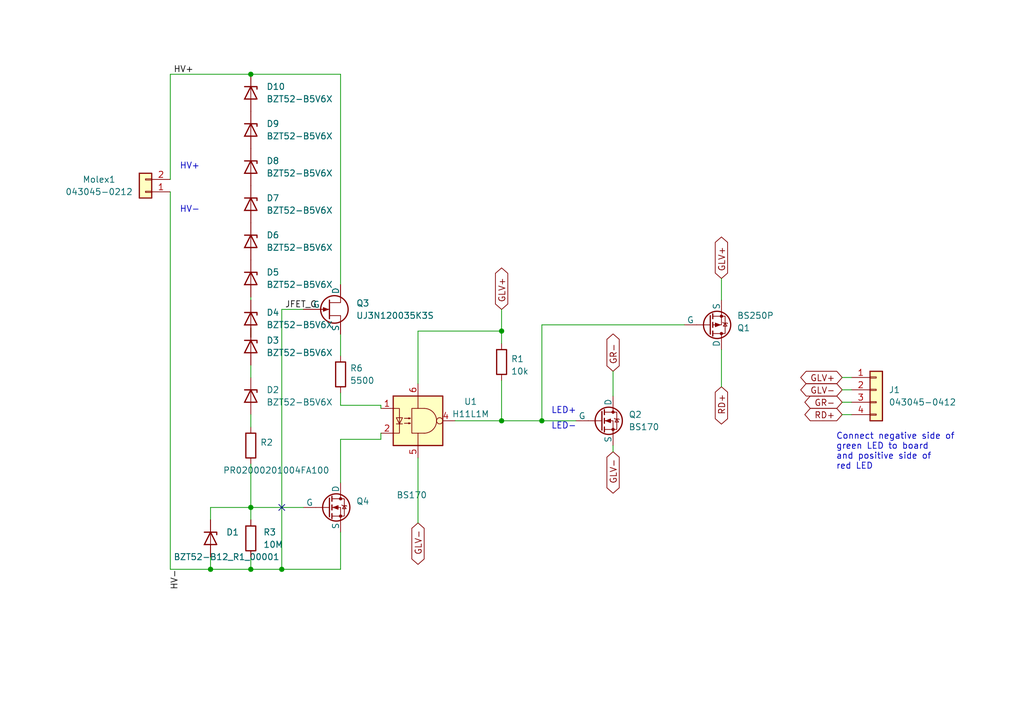
<source format=kicad_sch>
(kicad_sch (version 20231120) (generator "eeschema") (generator_version "8.0")
  (paper "A5")
  (lib_symbols
    (symbol "Connector_Generic:Conn_01x02" (pin_names (offset 1.016) hide)
      (property "Reference" "J" (at 0 2.54 0))
      (property "Value" "Conn_01x02" (at 0 -5.08 0))
      (symbol "Conn_01x02_1_1"
        (rectangle (start -1.27 -2.413) (end 0 -2.667) (stroke (width 0.1524)))
        (rectangle (start -1.27 0.127) (end 0 -0.127) (stroke (width 0.1524)))
        (rectangle (start -1.27 1.27) (end 1.27 -3.81) (stroke (width 0.254)) (fill (type background)))
        (pin passive line (at -5.08 0 0) (length 3.81) (name "Pin_1") (number "1"))
        (pin passive line (at -5.08 -2.54 0) (length 3.81) (name "Pin_2") (number "2"))
      )
    )
    (symbol "Connector_Generic:Conn_01x04" (pin_names (offset 1.016) hide)
      (property "Reference" "J" (at 0 5.08 0))
      (property "Value" "Conn_01x04" (at 0 -7.62 0))
      (symbol "Conn_01x04_1_1"
        (rectangle (start -1.27 -4.953) (end 0 -5.207) (stroke (width 0.1524)))
        (rectangle (start -1.27 -2.413) (end 0 -2.667) (stroke (width 0.1524)))
        (rectangle (start -1.27 0.127) (end 0 -0.127) (stroke (width 0.1524)))
        (rectangle (start -1.27 2.667) (end 0 2.413) (stroke (width 0.1524)))
        (rectangle (start -1.27 3.81) (end 1.27 -6.35) (stroke (width 0.254)) (fill (type background)))
        (pin passive line (at -5.08 2.54 0) (length 3.81) (name "Pin_1") (number "1"))
        (pin passive line (at -5.08 0 0) (length 3.81) (name "Pin_2") (number "2"))
        (pin passive line (at -5.08 -2.54 0) (length 3.81) (name "Pin_3") (number "3"))
        (pin passive line (at -5.08 -5.08 0) (length 3.81) (name "Pin_4") (number "4"))
      )
    )
    (symbol "Device:D_Zener" (pin_numbers hide) (pin_names (offset 1.016) hide)
      (property "Reference" "D" (at 0 2.54 0))
      (property "Value" "D_Zener" (at 0 -2.54 0))
      (symbol "D_Zener_0_1"
        (polyline (pts (xy 1.27 0) (xy -1.27 0)))
        (polyline (pts (xy -1.27 -1.27) (xy -1.27 1.27) (xy -0.762 1.27)) (stroke (width 0.254)))
        (polyline (pts (xy 1.27 -1.27) (xy 1.27 1.27) (xy -1.27 0) (xy 1.27 -1.27)) (stroke (width 0.254)))
      )
      (symbol "D_Zener_1_1"
        (pin passive line (at -3.81 0 0) (length 2.54) (name "K") (number "1"))
        (pin passive line (at 3.81 0 180) (length 2.54) (name "A") (number "2"))
      )
    )
    (symbol "Device:R" (pin_numbers hide) (pin_names (offset 0))
      (property "Reference" "R" (at 2.032 0 90))
      (property "Value" "R" (at 0 0 90))
      (symbol "R_0_1"
        (rectangle (start -1.016 -2.54) (end 1.016 2.54) (stroke (width 0.254)))
      )
      (symbol "R_1_1"
        (pin passive line (at 0 3.81 270) (length 1.27) (name "~") (number "1"))
        (pin passive line (at 0 -3.81 90) (length 1.27) (name "~") (number "2"))
      )
    )
    (symbol "Isolator:H11L1" (pin_names (offset 1.016))
      (property "Reference" "U" (at 1.27 8.89 0))
      (property "Value" "H11L1" (at 1.27 6.35 0))
      (symbol "H11L1_0_1"
        (rectangle (start -5.08 5.08) (end 5.08 -5.08) (stroke (width 0.254)) (fill (type background)))
        (polyline (pts (xy -4.445 -0.635) (xy -3.175 -0.635)))
        (polyline (pts (xy 0 2.54) (xy 0 5.08)))
        (polyline (pts (xy 0 -2.54) (xy 0 -5.08) (xy 0 -3.81)))
        (polyline (pts (xy -5.08 -2.54) (xy -3.81 -2.54) (xy -3.81 2.54) (xy -5.08 2.54)))
        (polyline (pts (xy -3.81 -0.635) (xy -4.445 0.635) (xy -3.175 0.635) (xy -3.81 -0.635)))
        (polyline (pts (xy 1.27 -2.54) (xy -1.27 -2.54) (xy -1.27 2.54) (xy 1.27 2.54)))
        (polyline (pts (xy -2.794 -0.508) (xy -1.524 -0.508) (xy -1.905 -0.635) (xy -1.905 -0.381) (xy -1.524 -0.508)))
        (polyline (pts (xy -2.794 0.508) (xy -1.524 0.508) (xy -1.905 0.381) (xy -1.905 0.635) (xy -1.524 0.508)))
        (arc (start 1.27 -2.54) (mid 3.799 0) (end 1.27 2.54))
      )
      (symbol "H11L1_1_1"
        (pin passive line (at -7.62 2.54 0) (length 2.54) (name "~") (number "1"))
        (pin passive line (at -7.62 -2.54 0) (length 2.54) (name "~") (number "2"))
        (pin no_connect line (at -5.08 0 0) (length 2.54) hide (name "~") (number "3"))
        (pin output inverted (at 7.62 0 180) (length 3.81) (name "~") (number "4"))
        (pin power_in line (at 0 -7.62 90) (length 2.54) (name "~") (number "5"))
        (pin power_in line (at 0 7.62 270) (length 2.54) (name "~") (number "6"))
      )
    )
    (symbol "Simulation_SPICE:NJFET" (pin_numbers hide) (pin_names (offset 0))
      (property "Reference" "Q3" (at 5.715 1.27 0))
      (property "Value" "UJ3N120035K3S" (at 5.715 -1.27 0))
      (symbol "NJFET_0_1"
        (polyline (pts (xy 0.254 1.905) (xy 0.254 -1.905) (xy 0.254 -1.905)) (stroke (width 0.254)))
        (polyline (pts (xy 2.54 -2.54) (xy 2.54 -1.27) (xy 0.254 -1.27)))
        (polyline (pts (xy 2.54 2.54) (xy 2.54 1.397) (xy 0.254 1.397)))
        (polyline (pts (xy 0 0) (xy -1.016 0.381) (xy -1.016 -0.381) (xy 0 0)) (fill (type outline)))
        (circle (center 1.27 0) (radius 2.8194) (stroke (width 0.254)))
      )
      (symbol "NJFET_1_1"
        (pin input line (at -5.08 0 0) (length 5.334) (name "G") (number "1"))
        (pin passive line (at 2.54 5.08 270) (length 2.54) (name "D") (number "2"))
        (pin passive line (at 2.54 -5.08 90) (length 2.54) (name "S") (number "3"))
      )
    )
    (symbol "Simulation_SPICE:NMOS" (pin_numbers hide) (pin_names (offset 0))
      (property "Reference" "Q" (at 5.08 1.27 0))
      (property "Value" "NMOS" (at 5.08 -1.27 0))
      (symbol "NMOS_0_1"
        (polyline (pts (xy 0.254 0) (xy -2.54 0)))
        (polyline (pts (xy 0.254 1.905) (xy 0.254 -1.905)) (stroke (width 0.254)))
        (polyline (pts (xy 0.762 -1.27) (xy 0.762 -2.286)) (stroke (width 0.254)))
        (polyline (pts (xy 0.762 0.508) (xy 0.762 -0.508)) (stroke (width 0.254)))
        (polyline (pts (xy 0.762 2.286) (xy 0.762 1.27)) (stroke (width 0.254)))
        (polyline (pts (xy 2.54 2.54) (xy 2.54 1.778)))
        (polyline (pts (xy 2.54 -2.54) (xy 2.54 0) (xy 0.762 0)))
        (polyline (pts (xy 0.762 -1.778) (xy 3.302 -1.778) (xy 3.302 1.778) (xy 0.762 1.778)))
        (polyline (pts (xy 1.016 0) (xy 2.032 0.381) (xy 2.032 -0.381) (xy 1.016 0)) (fill (type outline)))
        (polyline (pts (xy 2.794 0.508) (xy 2.921 0.381) (xy 3.683 0.381) (xy 3.81 0.254)))
        (polyline (pts (xy 3.302 0.381) (xy 2.921 -0.254) (xy 3.683 -0.254) (xy 3.302 0.381)))
        (circle (center 1.651 0) (radius 2.794) (stroke (width 0.254)))
        (circle (center 2.54 -1.778) (radius 0.254) (fill (type outline)))
        (circle (center 2.54 1.778) (radius 0.254) (fill (type outline)))
      )
      (symbol "NMOS_1_1"
        (pin passive line (at 2.54 5.08 270) (length 2.54) (name "D") (number "1"))
        (pin input line (at -5.08 0 0) (length 2.54) (name "G") (number "2"))
        (pin passive line (at 2.54 -5.08 90) (length 2.54) (name "S") (number "3"))
      )
    )
    (symbol "Simulation_SPICE:PMOS" (pin_numbers hide) (pin_names (offset 0))
      (property "Reference" "Q" (at 5.08 1.27 0))
      (property "Value" "PMOS" (at 5.08 -1.27 0))
      (symbol "PMOS_0_1"
        (polyline (pts (xy 0.254 0) (xy -2.54 0)))
        (polyline (pts (xy 0.254 1.905) (xy 0.254 -1.905)) (stroke (width 0.254)))
        (polyline (pts (xy 0.762 -1.27) (xy 0.762 -2.286)) (stroke (width 0.254)))
        (polyline (pts (xy 0.762 0.508) (xy 0.762 -0.508)) (stroke (width 0.254)))
        (polyline (pts (xy 0.762 2.286) (xy 0.762 1.27)) (stroke (width 0.254)))
        (polyline (pts (xy 2.54 2.54) (xy 2.54 1.778)))
        (polyline (pts (xy 2.54 -2.54) (xy 2.54 0) (xy 0.762 0)))
        (polyline (pts (xy 0.762 1.778) (xy 3.302 1.778) (xy 3.302 -1.778) (xy 0.762 -1.778)))
        (polyline (pts (xy 2.286 0) (xy 1.27 0.381) (xy 1.27 -0.381) (xy 2.286 0)) (fill (type outline)))
        (polyline (pts (xy 2.794 -0.508) (xy 2.921 -0.381) (xy 3.683 -0.381) (xy 3.81 -0.254)))
        (polyline (pts (xy 3.302 -0.381) (xy 2.921 0.254) (xy 3.683 0.254) (xy 3.302 -0.381)))
        (circle (center 1.651 0) (radius 2.794) (stroke (width 0.254)))
        (circle (center 2.54 -1.778) (radius 0.254) (fill (type outline)))
        (circle (center 2.54 1.778) (radius 0.254) (fill (type outline)))
      )
      (symbol "PMOS_1_1"
        (pin passive line (at 2.54 5.08 270) (length 2.54) (name "D") (number "1"))
        (pin input line (at -5.08 0 0) (length 2.54) (name "G") (number "2"))
        (pin passive line (at 2.54 -5.08 90) (length 2.54) (name "S") (number "3"))
      )
    )
  )
  (junction (at 51.435 15.24))
  (junction (at 51.435 116.84))
  (junction (at 51.435 104.14))
  (junction (at 102.87 67.945))
  (junction (at 102.87 86.36))
  (junction (at 57.785 116.84))
  (junction (at 111.125 86.36))
  (junction (at 43.18 116.84))
  (no_connect (at 57.785 104.14))
  (wire (pts (xy 78.105 90.17) (xy 69.85 90.17)))
  (wire (pts (xy 57.785 63.5) (xy 57.785 116.84)))
  (wire (pts (xy 51.435 67.31) (xy 51.435 69.215)))
  (wire (pts (xy 172.72 77.47) (xy 174.625 77.47)))
  (wire (pts (xy 69.85 109.22) (xy 69.85 116.84)))
  (wire (pts (xy 140.335 66.675) (xy 111.125 66.675)))
  (wire (pts (xy 69.85 15.24) (xy 69.85 58.42)))
  (wire (pts (xy 69.85 90.17) (xy 69.85 99.06)))
  (wire (pts (xy 172.72 82.55) (xy 174.625 82.55)))
  (wire (pts (xy 85.725 93.98) (xy 85.725 107.315)))
  (wire (pts (xy 147.955 57.15) (xy 147.955 61.595)))
  (wire (pts (xy 34.925 15.24) (xy 34.925 36.83)))
  (wire (pts (xy 111.125 86.36) (xy 118.11 86.36)))
  (wire (pts (xy 51.435 104.14) (xy 51.435 95.25)))
  (wire (pts (xy 69.85 83.185) (xy 69.85 80.645)))
  (wire (pts (xy 172.72 85.09) (xy 174.625 85.09)))
  (wire (pts (xy 147.955 71.755) (xy 147.955 79.375)))
  (wire (pts (xy 43.18 116.84) (xy 51.435 116.84)))
  (wire (pts (xy 78.105 83.185) (xy 78.105 83.82)))
  (wire (pts (xy 51.435 116.84) (xy 57.785 116.84)))
  (wire (pts (xy 51.435 74.93) (xy 51.435 77.47)))
  (wire (pts (xy 93.345 86.36) (xy 102.87 86.36)))
  (wire (pts (xy 102.87 86.36) (xy 111.125 86.36)))
  (wire (pts (xy 43.18 104.14) (xy 51.435 104.14)))
  (wire (pts (xy 43.18 116.84) (xy 43.18 114.3)))
  (wire (pts (xy 78.105 88.9) (xy 78.105 90.17)))
  (wire (pts (xy 172.72 80.01) (xy 174.625 80.01)))
  (wire (pts (xy 34.925 116.84) (xy 43.18 116.84)))
  (wire (pts (xy 34.925 15.24) (xy 51.435 15.24)))
  (wire (pts (xy 78.105 83.185) (xy 69.85 83.185)))
  (wire (pts (xy 69.85 68.58) (xy 69.85 73.025)))
  (wire (pts (xy 85.725 67.945) (xy 102.87 67.945)))
  (wire (pts (xy 43.18 104.14) (xy 43.18 106.68)))
  (wire (pts (xy 102.87 63.5) (xy 102.87 67.945)))
  (wire (pts (xy 51.435 61.595) (xy 51.435 60.96)))
  (wire (pts (xy 51.435 116.84) (xy 51.435 114.3)))
  (wire (pts (xy 51.435 104.14) (xy 62.23 104.14)))
  (wire (pts (xy 51.435 104.14) (xy 51.435 106.68)))
  (wire (pts (xy 34.925 39.37) (xy 34.925 116.84)))
  (wire (pts (xy 57.785 116.84) (xy 69.85 116.84)))
  (wire (pts (xy 111.125 66.675) (xy 111.125 86.36)))
  (wire (pts (xy 125.73 91.44) (xy 125.73 92.71)))
  (wire (pts (xy 85.725 78.74) (xy 85.725 67.945)))
  (wire (pts (xy 51.435 85.09) (xy 51.435 87.63)))
  (wire (pts (xy 102.87 86.36) (xy 102.87 78.105)))
  (wire (pts (xy 102.87 67.945) (xy 102.87 70.485)))
  (wire (pts (xy 51.435 15.24) (xy 69.85 15.24)))
  (wire (pts (xy 125.73 76.2) (xy 125.73 81.28)))
  (wire (pts (xy 57.785 63.5) (xy 62.23 63.5)))
  (text "Connect negative side of\ngreen LED to board\nand positive side of \nred LED" (at 171.45 96.52 0) (effects (font (size 1.27 1.27)) (justify left bottom)))
  (text "LED-" (at 113.03 88.265 0) (effects (font (size 1.27 1.27)) (justify left bottom)))
  (text "LED+" (at 113.03 85.09 0) (effects (font (size 1.27 1.27)) (justify left bottom)))
  (text "HV+" (at 36.83 34.925 0) (effects (font (size 1.27 1.27)) (justify left bottom)))
  (text "HV-" (at 36.83 43.815 0) (effects (font (size 1.27 1.27)) (justify left bottom)))
  (label "JFET_G" (at 58.42 63.5 0))
  (label "HV+" (at 35.56 15.24 0))
  (label "HV-" (at 36.83 116.84 270))
  (global_label "GLV+" (shape bidirectional) (at 147.955 57.15 90) (property "Intersheetrefs" "${INTERSHEET_REFS}" (effects (hide yes))))
  (global_label "GLV-" (shape bidirectional) (at 125.73 92.71 270) (property "Intersheetrefs" "${INTERSHEET_REFS}" (effects (hide yes))))
  (global_label "GR-" (shape bidirectional) (at 172.72 82.55 180) (property "Intersheetrefs" "${INTERSHEET_REFS}" (effects (hide yes))))
  (global_label "GLV+" (shape bidirectional) (at 102.87 63.5 90) (property "Intersheetrefs" "${INTERSHEET_REFS}" (effects (hide yes))))
  (global_label "GLV-" (shape bidirectional) (at 85.725 107.315 270) (property "Intersheetrefs" "${INTERSHEET_REFS}" (effects (hide yes))))
  (global_label "GLV+" (shape bidirectional) (at 172.72 77.47 180) (property "Intersheetrefs" "${INTERSHEET_REFS}" (effects (hide yes))))
  (global_label "RD+" (shape bidirectional) (at 147.955 79.375 270) (property "Intersheetrefs" "${INTERSHEET_REFS}" (effects (hide yes))))
  (global_label "RD+" (shape bidirectional) (at 172.72 85.09 180) (property "Intersheetrefs" "${INTERSHEET_REFS}" (effects (hide yes))))
  (global_label "GLV-" (shape bidirectional) (at 172.72 80.01 180) (property "Intersheetrefs" "${INTERSHEET_REFS}" (effects (hide yes))))
  (global_label "GR-" (shape bidirectional) (at 125.73 76.2 90) (property "Intersheetrefs" "${INTERSHEET_REFS}" (effects (hide yes))))
  (symbol (lib_id "Device:R") (at 69.85 76.835 0) (unit 1)
    (property "Reference" "R6" (at 71.755 75.565 0) (effects (justify left)))
    (property "Value" "5500" (at 71.755 78.105 0) (effects (justify left)))
    (property "Footprint" "Resistor_THT:R_Axial_DIN0207_L6.3mm_D2.5mm_P7.62mm_Horizontal" (effects (hide yes)))
  )
  (symbol (lib_id "Device:R") (at 51.435 91.44 0) (unit 1)
    (property "Reference" "R2" (at 53.34 90.805 0) (effects (justify left)))
    (property "Value" "PR02000201004FA100" (at 45.72 96.52 0) (effects (justify left)))
    (property "Footprint" "Resistor_THT:R_Axial_DIN0207_L6.3mm_D2.5mm_P7.62mm_Horizontal" (effects (hide yes)))
  )
  (symbol (lib_id "Simulation_SPICE:NMOS") (at 123.19 86.36 0) (unit 1)
    (property "Reference" "Q2" (at 128.905 85.09 0) (effects (justify left)))
    (property "Value" "BS170" (at 128.905 87.63 0) (effects (justify left)))
    (property "Footprint" "Package_TO_SOT_THT:TO-92" (effects (hide yes)))
    (property "Datasheet" "https://ngspice.sourceforge.io/docs/ngspice-manual.pdf" (effects (hide yes)))
    (property "Sim.Device" "NMOS" (effects (hide yes)))
    (property "Sim.Type" "VDMOS" (effects (hide yes)))
    (property "Sim.Pins" "1=D 2=G 3=S" (effects (hide yes)))
  )
  (symbol (lib_id "Device:D_Zener") (at 51.435 49.53 270) (unit 1)
    (property "Reference" "D6" (at 54.61 48.26 90) (effects (justify left)))
    (property "Value" "BZT52-B5V6X" (at 54.61 50.8 90) (effects (justify left)))
    (property "Footprint" "Diode_SMD:D_SOD-123" (effects (hide yes)))
  )
  (symbol (lib_id "Simulation_SPICE:NJFET") (at 67.31 63.5 0) (unit 1)
    (property "Reference" "Q3" (at 73.025 62.23 0) (effects (justify left)))
    (property "Value" "UJ3N120035K3S" (at 73.025 64.77 0) (effects (justify left)))
    (property "Footprint" "Package_TO_SOT_THT:TO-247-3_Horizontal_TabDown" (effects (hide yes)))
    (property "Sim.Device" "NJFET" (effects (hide yes)))
    (property "Sim.Type" "SHICHMANHODGES" (effects (hide yes)))
    (property "Sim.Pins" "1=D 2=G 3=S" (effects (hide yes)))
  )
  (symbol (lib_id "Device:D_Zener") (at 51.435 81.28 270) (unit 1)
    (property "Reference" "D2" (at 54.61 80.01 90) (effects (justify left)))
    (property "Value" "BZT52-B5V6X" (at 54.61 82.55 90) (effects (justify left)))
    (property "Footprint" "Diode_SMD:D_SOD-123" (effects (hide yes)))
  )
  (symbol (lib_id "Device:D_Zener") (at 51.435 19.05 270) (unit 1)
    (property "Reference" "D10" (at 54.61 17.78 90) (effects (justify left)))
    (property "Value" "BZT52-B5V6X" (at 54.61 20.32 90) (effects (justify left)))
    (property "Footprint" "Diode_SMD:D_SOD-123" (effects (hide yes)))
  )
  (symbol (lib_id "Device:R") (at 51.435 110.49 0) (unit 1)
    (property "Reference" "R3" (at 53.975 109.22 0) (effects (justify left)))
    (property "Value" "10M" (at 53.975 111.76 0) (effects (justify left)))
    (property "Footprint" "Resistor_THT:R_Axial_DIN0207_L6.3mm_D2.5mm_P7.62mm_Horizontal" (effects (hide yes)))
  )
  (symbol (lib_id "Simulation_SPICE:NMOS") (at 67.31 104.14 0) (unit 1)
    (property "Reference" "Q4" (at 73.025 102.87 0) (effects (justify left)))
    (property "Value" "BS170" (at 81.28 101.6 0) (effects (justify left)))
    (property "Footprint" "Package_TO_SOT_THT:TO-92" (effects (hide yes)))
    (property "Datasheet" "https://ngspice.sourceforge.io/docs/ngspice-manual.pdf" (effects (hide yes)))
    (property "Sim.Device" "NMOS" (effects (hide yes)))
    (property "Sim.Type" "VDMOS" (effects (hide yes)))
    (property "Sim.Pins" "1=D 2=G 3=S" (effects (hide yes)))
  )
  (symbol (lib_id "Isolator:H11L1") (at 85.725 86.36 0) (unit 1)
    (property "Reference" "U1" (at 96.52 82.4231 0))
    (property "Value" "H11L1M" (at 96.52 84.9631 0))
    (property "Footprint" "Package_DIP:DIP-6_W7.62mm" (effects (hide yes)))
    (property "Datasheet" "https://www.onsemi.com/pub/Collateral/H11L3M-D.PDF" (effects (hide yes)))
  )
  (symbol (lib_id "Device:D_Zener") (at 51.435 71.12 270) (unit 1)
    (property "Reference" "D3" (at 54.61 69.85 90) (effects (justify left)))
    (property "Value" "BZT52-B5V6X" (at 54.61 72.39 90) (effects (justify left)))
    (property "Footprint" "Diode_SMD:D_SOD-123" (effects (hide yes)))
  )
  (symbol (lib_id "Device:D_Zener") (at 51.435 57.15 270) (unit 1)
    (property "Reference" "D5" (at 54.61 55.88 90) (effects (justify left)))
    (property "Value" "BZT52-B5V6X" (at 54.61 58.42 90) (effects (justify left)))
    (property "Footprint" "Diode_SMD:D_SOD-123" (effects (hide yes)))
  )
  (symbol (lib_id "Connector_Generic:Conn_01x04") (at 179.705 80.01 0) (unit 1)
    (property "Reference" "J1" (at 182.245 80.01 0) (effects (justify left)))
    (property "Value" "043045-0412" (at 182.245 82.55 0) (effects (justify left)))
    (property "Footprint" "Connector_Molex:Molex_Micro-Fit_3.0_43045-0412_2x02_P3.00mm_Vertical" (effects (hide yes)))
  )
  (symbol (lib_id "Connector_Generic:Conn_01x02") (at 29.845 39.37 180) (unit 1)
    (property "Reference" "Molex1" (at 20.32 36.83 0))
    (property "Value" "043045-0212" (at 20.32 39.37 0))
    (property "Footprint" "Connector_Molex:Molex_Micro-Fit_3.0_43045-0212_2x01_P3.00mm_Vertical" (effects (hide yes)))
  )
  (symbol (lib_id "Device:D_Zener") (at 43.18 110.49 270) (unit 1)
    (property "Reference" "D1" (at 46.355 109.22 90) (effects (justify left)))
    (property "Value" "BZT52-B12_R1_00001" (at 35.56 114.3 90) (effects (justify left)))
    (property "Footprint" "Diode_SMD:D_SOD-123" (effects (hide yes)))
  )
  (symbol (lib_id "Device:D_Zener") (at 51.435 34.29 270) (unit 1)
    (property "Reference" "D8" (at 54.61 33.02 90) (effects (justify left)))
    (property "Value" "BZT52-B5V6X" (at 54.61 35.56 90) (effects (justify left)))
    (property "Footprint" "Diode_SMD:D_SOD-123" (effects (hide yes)))
  )
  (symbol (lib_id "Device:D_Zener") (at 51.435 26.67 270) (unit 1)
    (property "Reference" "D9" (at 54.61 25.4 90) (effects (justify left)))
    (property "Value" "BZT52-B5V6X" (at 54.61 27.94 90) (effects (justify left)))
    (property "Footprint" "Diode_SMD:D_SOD-123" (effects (hide yes)))
  )
  (symbol (lib_id "Device:D_Zener") (at 51.435 65.405 270) (unit 1)
    (property "Reference" "D4" (at 54.61 64.135 90) (effects (justify left)))
    (property "Value" "BZT52-B5V6X" (at 54.61 66.675 90) (effects (justify left)))
    (property "Footprint" "Diode_SMD:D_SOD-123" (effects (hide yes)))
  )
  (symbol (lib_id "Device:D_Zener") (at 51.435 41.91 270) (unit 1)
    (property "Reference" "D7" (at 54.61 40.64 90) (effects (justify left)))
    (property "Value" "BZT52-B5V6X" (at 54.61 43.18 90) (effects (justify left)))
    (property "Footprint" "Diode_SMD:D_SOD-123" (effects (hide yes)))
  )
  (symbol (lib_id "Device:R") (at 102.87 74.295 0) (unit 1)
    (property "Reference" "R1" (at 104.775 73.66 0) (effects (justify left)))
    (property "Value" "10k" (at 104.775 76.2 0) (effects (justify left)))
    (property "Footprint" "Resistor_THT:R_Axial_DIN0207_L6.3mm_D2.5mm_P7.62mm_Horizontal" (effects (hide yes)))
  )
  (symbol (lib_id "Simulation_SPICE:PMOS") (at 145.415 66.675 0) (mirror x) (unit 1)
    (property "Reference" "Q1" (at 151.13 67.31 0) (effects (justify left)))
    (property "Value" "BS250P" (at 151.13 64.77 0) (effects (justify left)))
    (property "Footprint" "Package_TO_SOT_THT:TO-92" (effects (hide yes)))
    (property "Datasheet" "https://ngspice.sourceforge.io/docs/ngspice-manual.pdf" (effects (hide yes)))
    (property "Sim.Device" "PMOS" (effects (hide yes)))
    (property "Sim.Type" "VDMOS" (effects (hide yes)))
    (property "Sim.Pins" "1=D 2=G 3=S" (effects (hide yes)))
  )
)
</source>
